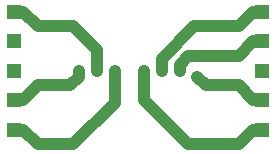
<source format=gbr>
%TF.GenerationSoftware,KiCad,Pcbnew,5.99.0-unknown-046fb58183~131~ubuntu20.04.1*%
%TF.CreationDate,2021-07-12T17:52:21-05:00*%
%TF.ProjectId,WurthTransformerFix,57757274-6854-4726-916e-73666f726d65,rev?*%
%TF.SameCoordinates,Original*%
%TF.FileFunction,Copper,L2,Bot*%
%TF.FilePolarity,Positive*%
%FSLAX46Y46*%
G04 Gerber Fmt 4.6, Leading zero omitted, Abs format (unit mm)*
G04 Created by KiCad (PCBNEW 5.99.0-unknown-046fb58183~131~ubuntu20.04.1) date 2021-07-12 17:52:21*
%MOMM*%
%LPD*%
G01*
G04 APERTURE LIST*
%TA.AperFunction,ComponentPad*%
%ADD10R,1.300000X1.300000*%
%TD*%
%TA.AperFunction,ViaPad*%
%ADD11C,1.000000*%
%TD*%
%TA.AperFunction,Conductor*%
%ADD12C,1.000000*%
%TD*%
G04 APERTURE END LIST*
D10*
%TO.P,TR1,1,1*%
%TO.N,Net-(TR1-Pad1)*%
X-10500000Y5000000D03*
%TO.P,TR1,2*%
%TO.N,N/C*%
X-10500000Y2500000D03*
%TO.P,TR1,3,3*%
%TO.N,Net-(TR1-Pad3)*%
X-10500000Y0D03*
%TO.P,TR1,4,4*%
%TO.N,Net-(TR1-Pad4)*%
X-10500000Y-2500000D03*
%TO.P,TR1,5,5*%
%TO.N,Net-(TR1-Pad5)*%
X-10500000Y-5000000D03*
%TO.P,TR1,6,6*%
%TO.N,Net-(TR1-Pad6)*%
X10500000Y-5000000D03*
%TO.P,TR1,7,7*%
%TO.N,Net-(TR1-Pad7)*%
X10500000Y-2500000D03*
%TO.P,TR1,8*%
%TO.N,N/C*%
X10500000Y0D03*
%TO.P,TR1,9,9*%
%TO.N,Net-(TR1-Pad9)*%
X10500000Y2500000D03*
%TO.P,TR1,10,10*%
%TO.N,Net-(TR1-Pad10)*%
X10500000Y5000000D03*
%TD*%
D11*
%TO.N,Net-(TR1-Pad9)*%
X3500000Y0D03*
%TO.N,Net-(TR1-Pad6)*%
X500000Y0D03*
%TO.N,Net-(TR1-Pad10)*%
X2000000Y0D03*
%TO.N,Net-(TR1-Pad7)*%
X5000000Y-500000D03*
%TO.N,Net-(TR1-Pad5)*%
X-2000000Y0D03*
%TO.N,Net-(TR1-Pad1)*%
X-3500000Y0D03*
%TO.N,Net-(TR1-Pad4)*%
X-5000000Y0D03*
%TD*%
D12*
%TO.N,Net-(TR1-Pad9)*%
X3500000Y0D02*
X3500000Y500000D01*
X3500000Y500000D02*
X4250000Y1250000D01*
X4250000Y1250000D02*
X8500000Y1250000D01*
X8500000Y1250000D02*
X9750000Y2500000D01*
X9750000Y2500000D02*
X10500000Y2500000D01*
%TO.N,Net-(TR1-Pad10)*%
X2000000Y0D02*
X2000000Y1000000D01*
X4750000Y3750000D02*
X8500000Y3750000D01*
X2000000Y1000000D02*
X4750000Y3750000D01*
X8500000Y3750000D02*
X9750000Y5000000D01*
X9750000Y5000000D02*
X10500000Y5000000D01*
%TO.N,Net-(TR1-Pad1)*%
X-3500000Y0D02*
X-3500000Y1750000D01*
X-3500000Y1750000D02*
X-5500000Y3750000D01*
X-5500000Y3750000D02*
X-8500000Y3750000D01*
X-8500000Y3750000D02*
X-9750000Y5000000D01*
X-9750000Y5000000D02*
X-10500000Y5000000D01*
%TO.N,Net-(TR1-Pad5)*%
X-2000000Y0D02*
X-2000000Y-2750000D01*
X-2000000Y-2750000D02*
X-5500000Y-6250000D01*
X-5500000Y-6250000D02*
X-8500000Y-6250000D01*
X-8500000Y-6250000D02*
X-9750000Y-5000000D01*
X-9750000Y-5000000D02*
X-10500000Y-5000000D01*
%TO.N,Net-(TR1-Pad6)*%
X500000Y0D02*
X500000Y-2500000D01*
X500000Y-2500000D02*
X4250000Y-6250000D01*
X4250000Y-6250000D02*
X8500000Y-6250000D01*
X8500000Y-6250000D02*
X9750000Y-5000000D01*
X9750000Y-5000000D02*
X10500000Y-5000000D01*
%TO.N,Net-(TR1-Pad7)*%
X5000000Y-500000D02*
X5750000Y-1250000D01*
X8500000Y-1250000D02*
X9750000Y-2500000D01*
X5750000Y-1250000D02*
X8500000Y-1250000D01*
X9750000Y-2500000D02*
X10500000Y-2500000D01*
%TO.N,Net-(TR1-Pad4)*%
X-5000000Y0D02*
X-5000000Y-500000D01*
X-5000000Y-500000D02*
X-5750000Y-1250000D01*
X-5750000Y-1250000D02*
X-8500000Y-1250000D01*
X-8500000Y-1250000D02*
X-9750000Y-2500000D01*
X-9750000Y-2500000D02*
X-10500000Y-2500000D01*
%TD*%
M02*

</source>
